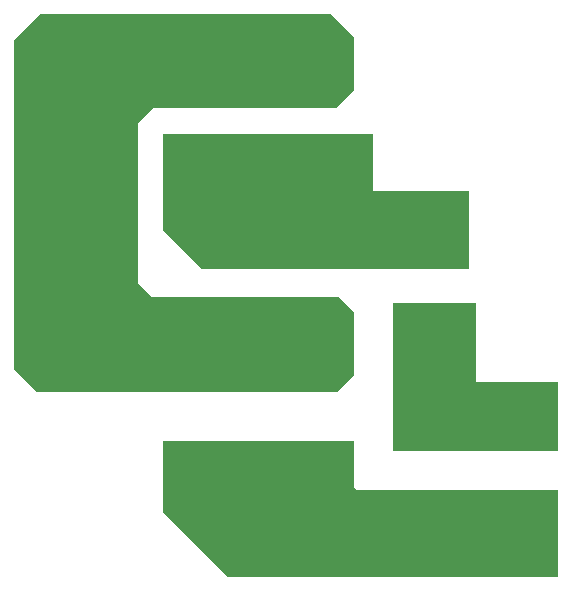
<source format=gbr>
%TF.GenerationSoftware,Altium Limited,Altium Designer,25.2.1 (25)*%
G04 Layer_Color=128*
%FSLAX43Y43*%
%MOMM*%
%TF.SameCoordinates,F5CB7E66-454E-439B-8716-0DC7987F3294*%
%TF.FilePolarity,Positive*%
%TF.FileFunction,Paste,Bot*%
%TF.Part,Single*%
G01*
G75*
G36*
X35941Y69523D02*
X44069D01*
Y62865D01*
X21463D01*
X18140Y66188D01*
Y74300D01*
X35941D01*
Y69523D01*
D02*
G37*
G36*
X34300Y82540D02*
Y77988D01*
X34300Y77988D01*
X32812Y76500D01*
X17318D01*
X16000Y75182D01*
Y61724D01*
X17224Y60500D01*
X33000D01*
X34300Y59200D01*
Y53858D01*
X32902Y52460D01*
Y52460D01*
X7484D01*
X5500Y54444D01*
Y82208D01*
X7752Y84460D01*
X32380D01*
X34300Y82540D01*
D02*
G37*
G36*
X44648Y53340D02*
X51562D01*
Y47498D01*
X37648D01*
Y60000D01*
X44648D01*
Y53340D01*
D02*
G37*
G36*
X34300Y44450D02*
X34554Y44196D01*
X51562D01*
Y36807D01*
X23633D01*
X18140Y42300D01*
Y48300D01*
X34300D01*
Y44450D01*
D02*
G37*
%TF.MD5,032381f74e8966ad3b908a1e425284f6*%
M02*

</source>
